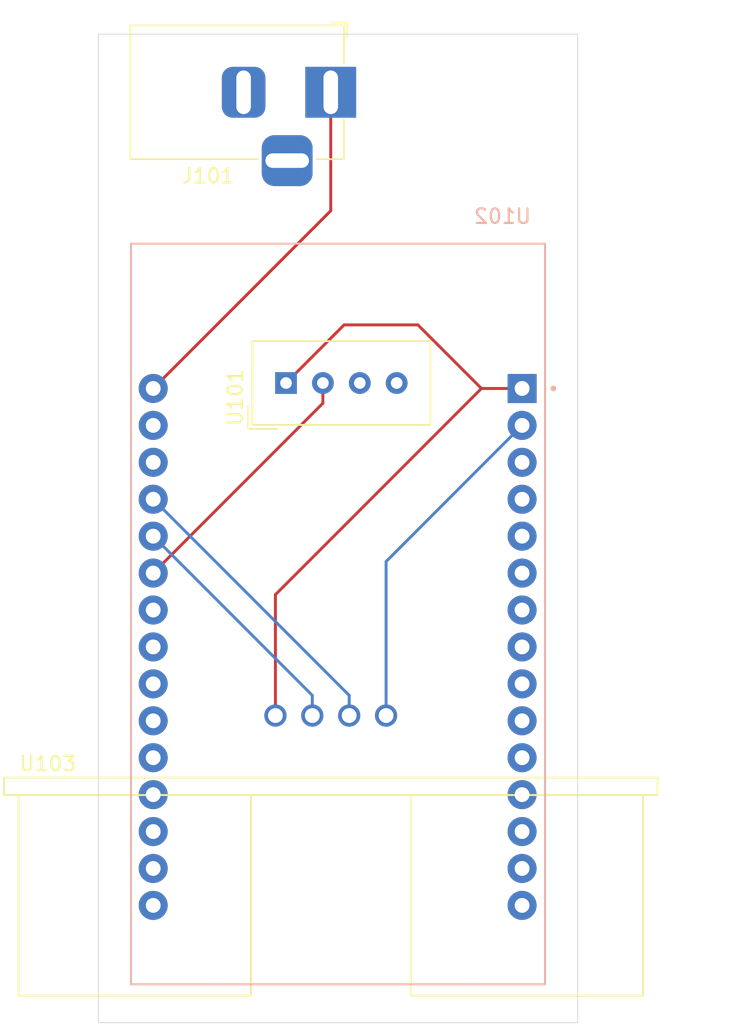
<source format=kicad_pcb>
(kicad_pcb (version 20240108) (generator "pcbnew") (generator_version "8.0")
  (layers (0 "F.Cu" signal) (31 "B.Cu" signal) (34 "B.Paste" user) (35 "F.Paste" user) (36 "B.SilkS" user "B.Silkscreen") (37 "F.SilkS" user "F.Silkscreen") (38 "B.Mask" user) (39 "F.Mask" user) (44 "Edge.Cuts" user))
  (net 0 "")
  (net 1 "+5V")
  (net 2 "GND")
  (net 3 "+3.3V")
  (net 4 "DATA_DHT")
  (net 18 "ECHO")
  (net 24 "TRIG")
  (footprint "HC-SR04:XCVR_HC-SR04" (layer "F.Cu") (at 104 99.875)
    (property "Reference" "U103" (at -19.48505 3.31671 0) (layer "F.SilkS") (effects (font (size 1.00052 1.00052))))
    (property "Value" "HC-SR04")
    (fp_line (start -22.5 4.27) (end 22.5 4.27) (stroke (width 0.127)) (layer "F.SilkS"))
    (fp_line (start -22.5 5.47) (end -22.5 4.27) (stroke (width 0.127)) (layer "F.SilkS"))
    (fp_line (start -21.5 5.47) (end -22.5 5.47) (stroke (width 0.127)) (layer "F.SilkS"))
    (fp_line (start -21.5 5.47) (end -21.5 19.27) (stroke (width 0.127)) (layer "F.SilkS"))
    (fp_line (start -21.5 19.27) (end -5.5 19.27) (stroke (width 0.127)) (layer "F.SilkS"))
    (fp_line (start -5.5 5.47) (end -21.5 5.47) (stroke (width 0.127)) (layer "F.SilkS"))
    (fp_line (start -5.5 5.47) (end -5.5 19.27) (stroke (width 0.127)) (layer "F.SilkS"))
    (fp_line (start 5.5 5.47) (end -5.5 5.47) (stroke (width 0.127)) (layer "F.SilkS"))
    (fp_line (start 5.5 5.47) (end 5.5 19.27) (stroke (width 0.127)) (layer "F.SilkS"))
    (fp_line (start 5.5 19.27) (end 21.5 19.27) (stroke (width 0.127)) (layer "F.SilkS"))
    (fp_line (start 21.5 5.47) (end 5.5 5.47) (stroke (width 0.127)) (layer "F.SilkS"))
    (fp_line (start 21.5 5.47) (end 21.5 19.27) (stroke (width 0.127)) (layer "F.SilkS"))
    (fp_line (start 22.5 4.27) (end 22.5 5.47) (stroke (width 0.127)) (layer "F.SilkS"))
    (fp_line (start 22.5 5.47) (end 21.5 5.47) (stroke (width 0.127)) (layer "F.SilkS"))
    (pad "1" thru_hole circle (at -3.81 0) (size 1.53 1.53) (drill 1.02) (layers "*.Cu" "*.Mask") (net 3 "+3.3V"))
    (pad "2" thru_hole circle (at -1.27 0) (size 1.53 1.53) (drill 1.02) (layers "*.Cu" "*.Mask") (net 24 "TRIG"))
    (pad "3" thru_hole circle (at 1.27 0) (size 1.53 1.53) (drill 1.02) (layers "*.Cu" "*.Mask") (net 18 "ECHO"))
    (pad "4" thru_hole circle (at 3.81 0) (size 1.53 1.53) (drill 1.02) (layers "*.Cu" "*.Mask") (net 2 "GND"))
  )
  (footprint "Connector_BarrelJack:BarrelJack_Horizontal" (layer "F.Cu") (at 104 57)
    (property "Reference" "J101" (at -8.45 5.75 360) (layer "F.SilkS"))
    (property "Value" "Barrel_Jack_Switch")
    (fp_line (start -13.8 -4.6) (end 0.9 -4.6) (stroke (width 0.12)) (layer "F.SilkS"))
    (fp_line (start -13.8 4.6) (end -13.8 -4.6) (stroke (width 0.12)) (layer "F.SilkS"))
    (fp_line (start -5 4.6) (end -13.8 4.6) (stroke (width 0.12)) (layer "F.SilkS"))
    (fp_line (start 0.05 -4.8) (end 1.1 -4.8) (stroke (width 0.12)) (layer "F.SilkS"))
    (fp_line (start 0.9 -4.6) (end 0.9 -2) (stroke (width 0.12)) (layer "F.SilkS"))
    (fp_line (start 0.9 1.9) (end 0.9 4.6) (stroke (width 0.12)) (layer "F.SilkS"))
    (fp_line (start 0.9 4.6) (end -1 4.6) (stroke (width 0.12)) (layer "F.SilkS"))
    (fp_line (start 1.1 -3.75) (end 1.1 -4.8) (stroke (width 0.12)) (layer "F.SilkS"))
    (pad "1" thru_hole rect (at 0 0) (size 3.5 3.5) (drill oval 1 3) (layers "*.Cu" "*.Mask") (net 1 "+5V"))
    (pad "2" thru_hole roundrect (at -6 0) (size 3 3.5) (drill oval 1 3) (layers "*.Cu" "*.Mask") (net 2 "GND"))
    (pad "3" thru_hole roundrect (at -3 4.7) (size 3.5 3.5) (drill oval 3 1) (layers "*.Cu" "*.Mask") (net 2 "GND"))
  )
  (footprint "Sensor:Aosong_DHT11_5.5x12.0_P2.54mm" (layer "F.Cu") (at 100.92 77 90)
    (property "Reference" "U101" (at -1 -3.5 270) (layer "F.SilkS"))
    (property "Value" "DHT11")
    (fp_line (start -3.16 -2.6) (end -1.55 -2.6) (stroke (width 0.12)) (layer "F.SilkS"))
    (fp_line (start -3.16 -2.6) (end -3.16 -0.6) (stroke (width 0.12)) (layer "F.SilkS"))
    (fp_line (start 2.88 -2.32) (end 2.88 9.94) (stroke (width 0.12)) (layer "F.SilkS"))
    (fp_line (start -2.87 -2.32) (end 2.87 -2.32) (stroke (width 0.12)) (layer "F.SilkS"))
    (fp_line (start 2.88 9.94) (end -2.88 9.94) (stroke (width 0.12)) (layer "F.SilkS"))
    (fp_line (start -2.88 9.94) (end -2.88 -2.31) (stroke (width 0.12)) (layer "F.SilkS"))
    (pad "1" thru_hole rect (at 0 0 90) (size 1.5 1.5) (drill 0.8) (layers "*.Cu" "*.Mask") (net 3 "+3.3V"))
    (pad "2" thru_hole circle (at 0 2.54 90) (size 1.5 1.5) (drill 0.8) (layers "*.Cu" "*.Mask") (net 4 "DATA_DHT"))
    (pad "3" thru_hole circle (at 0 5.08 90) (size 1.5 1.5) (drill 0.8) (layers "*.Cu" "*.Mask"))
    (pad "4" thru_hole circle (at 0 7.62 90) (size 1.5 1.5) (drill 0.8) (layers "*.Cu" "*.Mask") (net 2 "GND"))
  )
  (footprint "ESP32-DEVKIT-V1:MODULE_ESP32_DEVKIT_V1" (layer "B.Cu") (at 104.475 92.89 180)
    (property "Reference" "U102" (at -11.355 27.36 180) (layer "B.SilkS") (effects (justify mirror)))
    (property "Value" "ESP32-DEVKIT-V1")
    (fp_line (start 14.23 25.475) (end 3.5 25.475) (stroke (width 0.127)) (layer "B.SilkS"))
    (fp_line (start 14.23 25.475) (end -14.28 25.475) (stroke (width 0.127)) (layer "B.SilkS"))
    (fp_line (start 14.23 -25.475) (end 14.23 25.475) (stroke (width 0.127)) (layer "B.SilkS"))
    (fp_line (start 14.23 -25.475) (end 14.23 25.475) (stroke (width 0.127)) (layer "B.SilkS"))
    (fp_line (start 14.23 -25.475) (end 8.78 -25.475) (stroke (width 0.127)) (layer "B.SilkS"))
    (fp_line (start 8.78 -25.475) (end -8.91 -25.475) (stroke (width 0.127)) (layer "B.SilkS"))
    (fp_line (start 3.5 25.475) (end -3.211 25.475) (stroke (width 0.127)) (layer "B.SilkS"))
    (fp_line (start -3.211 25.475) (end -14.28 25.475) (stroke (width 0.127)) (layer "B.SilkS"))
    (fp_line (start -8.91 -25.475) (end -14.28 -25.475) (stroke (width 0.127)) (layer "B.SilkS"))
    (fp_line (start -14.28 25.475) (end -14.28 -25.475) (stroke (width 0.127)) (layer "B.SilkS"))
    (fp_line (start -14.28 25.475) (end -14.28 -25.475) (stroke (width 0.127)) (layer "B.SilkS"))
    (fp_line (start -14.28 -25.475) (end 14.23 -25.475) (stroke (width 0.127)) (layer "B.SilkS"))
    (fp_circle (center -14.85 15.515) (end -14.75 15.515) (stroke (width 0.2)) (fill none) (layer "B.SilkS"))
    (pad "" np_thru_hole circle (at -12.28 -23.475 180) (size 3 3) (drill 3) (layers "*.Cu" "*.Mask"))
    (pad "" np_thru_hole circle (at -12.28 23.475 180) (size 3 3) (drill 3) (layers "*.Cu" "*.Mask"))
    (pad "" np_thru_hole circle (at 12.23 -23.475 180) (size 3 3) (drill 3) (layers "*.Cu" "*.Mask"))
    (pad "" np_thru_hole circle (at 12.23 23.475 180) (size 3 3) (drill 3) (layers "*.Cu" "*.Mask"))
    (pad "1" thru_hole rect (at -12.7 15.515 180) (size 2 2) (drill 1.02) (layers "*.Cu" "*.Mask") (net 3 "+3.3V"))
    (pad "2" thru_hole circle (at -12.7 12.975 180) (size 2 2) (drill 1.02) (layers "*.Cu" "*.Mask") (net 2 "GND"))
    (pad "3" thru_hole circle (at -12.7 10.435 180) (size 2 2) (drill 1.02) (layers "*.Cu" "*.Mask"))
    (pad "4" thru_hole circle (at -12.7 7.895 180) (size 2 2) (drill 1.02) (layers "*.Cu" "*.Mask"))
    (pad "5" thru_hole circle (at -12.7 5.355 180) (size 2 2) (drill 1.02) (layers "*.Cu" "*.Mask"))
    (pad "6" thru_hole circle (at -12.7 2.815 180) (size 2 2) (drill 1.02) (layers "*.Cu" "*.Mask"))
    (pad "7" thru_hole circle (at -12.7 0.275 180) (size 2 2) (drill 1.02) (layers "*.Cu" "*.Mask"))
    (pad "8" thru_hole circle (at -12.7 -2.265 180) (size 2 2) (drill 1.02) (layers "*.Cu" "*.Mask"))
    (pad "9" thru_hole circle (at -12.7 -4.805 180) (size 2 2) (drill 1.02) (layers "*.Cu" "*.Mask"))
    (pad "10" thru_hole circle (at -12.7 -7.345 180) (size 2 2) (drill 1.02) (layers "*.Cu" "*.Mask"))
    (pad "11" thru_hole circle (at -12.7 -9.885 180) (size 2 2) (drill 1.02) (layers "*.Cu" "*.Mask"))
    (pad "12" thru_hole circle (at -12.7 -12.425 180) (size 2 2) (drill 1.02) (layers "*.Cu" "*.Mask"))
    (pad "13" thru_hole circle (at -12.7 -14.965 180) (size 2 2) (drill 1.02) (layers "*.Cu" "*.Mask"))
    (pad "14" thru_hole circle (at -12.7 -17.505 180) (size 2 2) (drill 1.02) (layers "*.Cu" "*.Mask"))
    (pad "15" thru_hole circle (at -12.7 -20.045 180) (size 2 2) (drill 1.02) (layers "*.Cu" "*.Mask"))
    (pad "16" thru_hole circle (at 12.7 -20.045 180) (size 2 2) (drill 1.02) (layers "*.Cu" "*.Mask"))
    (pad "17" thru_hole circle (at 12.7 -17.505 180) (size 2 2) (drill 1.02) (layers "*.Cu" "*.Mask"))
    (pad "18" thru_hole circle (at 12.7 -14.965 180) (size 2 2) (drill 1.02) (layers "*.Cu" "*.Mask"))
    (pad "19" thru_hole circle (at 12.7 -12.425 180) (size 2 2) (drill 1.02) (layers "*.Cu" "*.Mask"))
    (pad "20" thru_hole circle (at 12.7 -9.885 180) (size 2 2) (drill 1.02) (layers "*.Cu" "*.Mask"))
    (pad "21" thru_hole circle (at 12.7 -7.345 180) (size 2 2) (drill 1.02) (layers "*.Cu" "*.Mask"))
    (pad "22" thru_hole circle (at 12.7 -4.805 180) (size 2 2) (drill 1.02) (layers "*.Cu" "*.Mask"))
    (pad "23" thru_hole circle (at 12.7 -2.265 180) (size 2 2) (drill 1.02) (layers "*.Cu" "*.Mask"))
    (pad "24" thru_hole circle (at 12.7 0.275 180) (size 2 2) (drill 1.02) (layers "*.Cu" "*.Mask"))
    (pad "25" thru_hole circle (at 12.7 2.815 180) (size 2 2) (drill 1.02) (layers "*.Cu" "*.Mask") (net 4 "DATA_DHT"))
    (pad "26" thru_hole circle (at 12.7 5.355 180) (size 2 2) (drill 1.02) (layers "*.Cu" "*.Mask") (net 24 "TRIG"))
    (pad "27" thru_hole circle (at 12.7 7.895 180) (size 2 2) (drill 1.02) (layers "*.Cu" "*.Mask") (net 18 "ECHO"))
    (pad "28" thru_hole circle (at 12.7 10.435 180) (size 2 2) (drill 1.02) (layers "*.Cu" "*.Mask"))
    (pad "29" thru_hole circle (at 12.7 12.975 180) (size 2 2) (drill 1.02) (layers "*.Cu" "*.Mask") (net 2 "GND"))
    (pad "30" thru_hole circle (at 12.7 15.515 180) (size 2 2) (drill 1.02) (layers "*.Cu" "*.Mask") (net 1 "+5V"))
  )
  (gr_rect (start 88 53) (end 121 121) (stroke (width 0.05)) (fill none) (layer "Edge.Cuts"))
  (segment (start 104 65.15) (end 91.775 77.375) (width 0.2) (layer "F.Cu") (net 1))
  (segment (start 104 57) (end 104 65.15) (width 0.2) (layer "F.Cu") (net 1))
  (segment (start 107.81 99.875) (end 107.81 89.28) (width 0.2) (layer "B.Cu") (net 2))
  (segment (start 107.81 89.28) (end 117.175 79.915) (width 0.2) (layer "B.Cu") (net 2))
  (segment (start 104.92 73) (end 110 73) (width 0.2) (layer "F.Cu") (net 3))
  (segment (start 110 73) (end 114.375 77.375) (width 0.2) (layer "F.Cu") (net 3))
  (segment (start 100.19 91.56) (end 114.375 77.375) (width 0.2) (layer "F.Cu") (net 3))
  (segment (start 100.92 77) (end 104.92 73) (width 0.2) (layer "F.Cu") (net 3))
  (segment (start 114.375 77.375) (end 117.175 77.375) (width 0.2) (layer "F.Cu") (net 3))
  (segment (start 100.19 99.875) (end 100.19 91.56) (width 0.2) (layer "F.Cu") (net 3))
  (segment (start 103.46 78.39) (end 91.775 90.075) (width 0.2) (layer "F.Cu") (net 4))
  (segment (start 103.46 77) (end 103.46 78.39) (width 0.2) (layer "F.Cu") (net 4))
  (segment (start 105.27 98.49) (end 91.775 84.995) (width 0.2) (layer "B.Cu") (net 18))
  (segment (start 105.27 99.875) (end 105.27 98.49) (width 0.2) (layer "B.Cu") (net 18))
  (segment (start 102.73 98.49) (end 91.775 87.535) (width 0.2) (layer "B.Cu") (net 24))
  (segment (start 102.73 99.875) (end 102.73 98.49) (width 0.2) (layer "B.Cu") (net 24))
)
</source>
